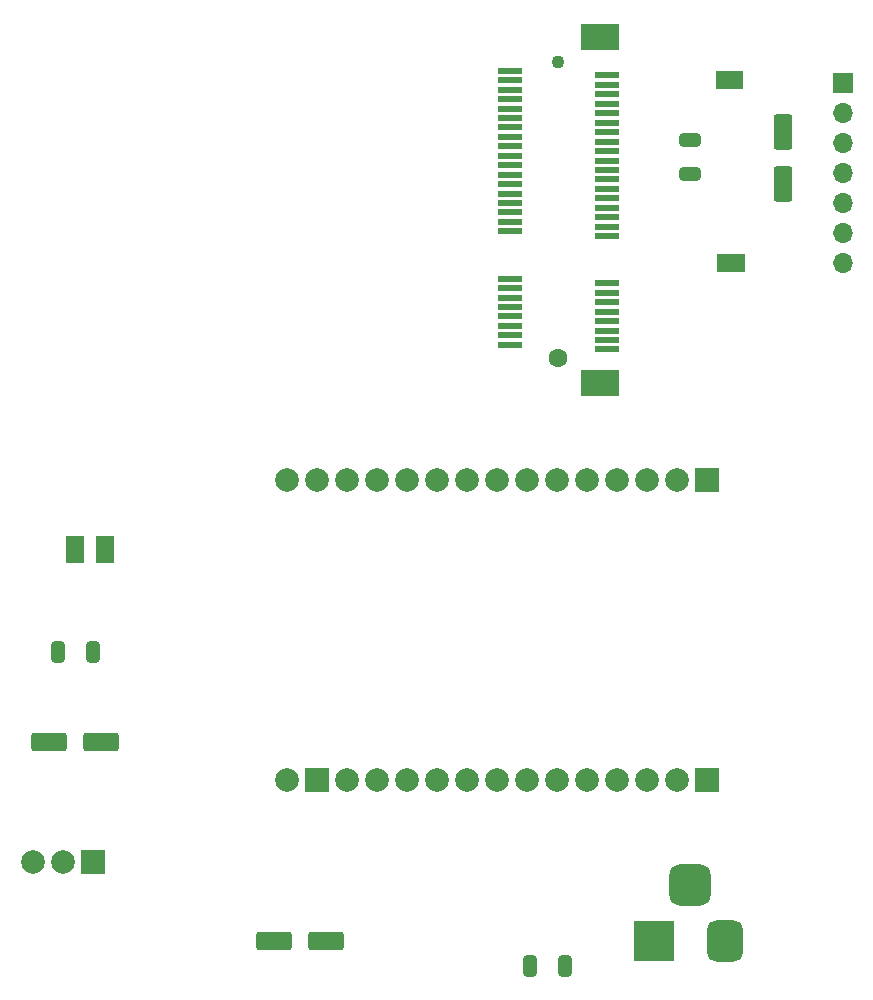
<source format=gbr>
%TF.GenerationSoftware,KiCad,Pcbnew,9.0.0-9.0.0-2~ubuntu24.04.1*%
%TF.CreationDate,2025-04-06T07:01:26+03:00*%
%TF.ProjectId,InterfaceBoard_Gateway,496e7465-7266-4616-9365-426f6172645f,rev?*%
%TF.SameCoordinates,Original*%
%TF.FileFunction,Soldermask,Top*%
%TF.FilePolarity,Negative*%
%FSLAX46Y46*%
G04 Gerber Fmt 4.6, Leading zero omitted, Abs format (unit mm)*
G04 Created by KiCad (PCBNEW 9.0.0-9.0.0-2~ubuntu24.04.1) date 2025-04-06 07:01:26*
%MOMM*%
%LPD*%
G01*
G04 APERTURE LIST*
G04 Aperture macros list*
%AMRoundRect*
0 Rectangle with rounded corners*
0 $1 Rounding radius*
0 $2 $3 $4 $5 $6 $7 $8 $9 X,Y pos of 4 corners*
0 Add a 4 corners polygon primitive as box body*
4,1,4,$2,$3,$4,$5,$6,$7,$8,$9,$2,$3,0*
0 Add four circle primitives for the rounded corners*
1,1,$1+$1,$2,$3*
1,1,$1+$1,$4,$5*
1,1,$1+$1,$6,$7*
1,1,$1+$1,$8,$9*
0 Add four rect primitives between the rounded corners*
20,1,$1+$1,$2,$3,$4,$5,0*
20,1,$1+$1,$4,$5,$6,$7,0*
20,1,$1+$1,$6,$7,$8,$9,0*
20,1,$1+$1,$8,$9,$2,$3,0*%
G04 Aperture macros list end*
%ADD10R,1.700000X1.700000*%
%ADD11O,1.700000X1.700000*%
%ADD12R,1.500000X1.000000*%
%ADD13R,3.500000X3.500000*%
%ADD14RoundRect,0.750000X0.750000X1.000000X-0.750000X1.000000X-0.750000X-1.000000X0.750000X-1.000000X0*%
%ADD15RoundRect,0.875000X0.875000X0.875000X-0.875000X0.875000X-0.875000X-0.875000X0.875000X-0.875000X0*%
%ADD16R,1.000000X1.500000*%
%ADD17C,1.600000*%
%ADD18C,1.100000*%
%ADD19R,2.000000X0.600000*%
%ADD20R,3.200000X2.300000*%
%ADD21RoundRect,0.250000X0.650000X-0.325000X0.650000X0.325000X-0.650000X0.325000X-0.650000X-0.325000X0*%
%ADD22RoundRect,0.250000X-0.325000X-0.650000X0.325000X-0.650000X0.325000X0.650000X-0.325000X0.650000X0*%
%ADD23RoundRect,0.250000X-1.250000X-0.550000X1.250000X-0.550000X1.250000X0.550000X-1.250000X0.550000X0*%
%ADD24RoundRect,0.250000X0.550000X-1.250000X0.550000X1.250000X-0.550000X1.250000X-0.550000X-1.250000X0*%
%ADD25C,2.000000*%
%ADD26R,2.000000X2.000000*%
G04 APERTURE END LIST*
%TO.C,BYPASSGND*%
G36*
X123510000Y-115240000D02*
G01*
X125010000Y-115240000D01*
X125010000Y-114940000D01*
X123510000Y-114940000D01*
X123510000Y-115240000D01*
G37*
%TO.C,GNDEXTNO*%
G36*
X176960000Y-74610000D02*
G01*
X177260000Y-74610000D01*
X177260000Y-76110000D01*
X176960000Y-76110000D01*
X176960000Y-74610000D01*
G37*
%TO.C,3v3extNO*%
G36*
X177110000Y-90110000D02*
G01*
X177410000Y-90110000D01*
X177410000Y-91610000D01*
X177110000Y-91610000D01*
X177110000Y-90110000D01*
G37*
%TO.C,BYPASS3V3*%
G36*
X120970000Y-115240000D02*
G01*
X122470000Y-115240000D01*
X122470000Y-114940000D01*
X120970000Y-114940000D01*
X120970000Y-115240000D01*
G37*
%TD*%
D10*
%TO.C,extPorts*%
X186700000Y-75600000D03*
D11*
X186700000Y-78140000D03*
X186700000Y-80680000D03*
X186700000Y-83220000D03*
X186700000Y-85760000D03*
X186700000Y-88300000D03*
X186700000Y-90840000D03*
%TD*%
D12*
%TO.C,BYPASSGND*%
X124260000Y-115740000D03*
X124260000Y-114440000D03*
%TD*%
D13*
%TO.C,BarrelJack_Horizontal*%
X170760000Y-148240000D03*
D14*
X176760000Y-148240000D03*
D15*
X173760000Y-143540000D03*
%TD*%
D16*
%TO.C,GNDEXTNO*%
X176460000Y-75360000D03*
X177760000Y-75360000D03*
%TD*%
%TO.C,3v3extNO*%
X176610000Y-90860000D03*
X177910000Y-90860000D03*
%TD*%
D17*
%TO.C,BUS_PCI_Express_Mini_Dual*%
X162625000Y-98860000D03*
D18*
X162625000Y-73860000D03*
D19*
X166725000Y-98160000D03*
X158525000Y-97760000D03*
X166725000Y-97360000D03*
X158525000Y-96960000D03*
X166725000Y-96560000D03*
X158525000Y-96160000D03*
X166725000Y-95760000D03*
X158525000Y-95360000D03*
X166725000Y-94960000D03*
X158525000Y-94560000D03*
X166725000Y-94160000D03*
X158525000Y-93760000D03*
X166725000Y-93360000D03*
X158525000Y-92960000D03*
X166725000Y-92560000D03*
X158525000Y-92160000D03*
X166725000Y-88560000D03*
X158525000Y-88160000D03*
X166725000Y-87760000D03*
X158525000Y-87360000D03*
X166725000Y-86960000D03*
X158525000Y-86560000D03*
X166725000Y-86160000D03*
X158525000Y-85760000D03*
X166725000Y-85360000D03*
X158525000Y-84960000D03*
X166725000Y-84560000D03*
X158525000Y-84160000D03*
X166725000Y-83760000D03*
X158525000Y-83360000D03*
X166725000Y-82960000D03*
X158525000Y-82560000D03*
X166725000Y-82160000D03*
X158525000Y-81760000D03*
X166725000Y-81360000D03*
X158525000Y-80960000D03*
X166725000Y-80560000D03*
X158525000Y-80160000D03*
X166725000Y-79760000D03*
X158525000Y-79360000D03*
X166725000Y-78960000D03*
X158525000Y-78560000D03*
X166725000Y-78160000D03*
X158525000Y-77760000D03*
X166725000Y-77360000D03*
X158525000Y-76960000D03*
X166725000Y-76560000D03*
X158525000Y-76160000D03*
X166725000Y-75760000D03*
X158525000Y-75360000D03*
X166725000Y-74960000D03*
X158525000Y-74560000D03*
D20*
X166125000Y-101010000D03*
X166125000Y-71710000D03*
%TD*%
D21*
%TO.C,C22_1206_10nf*%
X173760000Y-83335000D03*
X173760000Y-80385000D03*
%TD*%
D22*
%TO.C,C2_1206_10nf*%
X120250000Y-123780000D03*
X123200000Y-123780000D03*
%TD*%
D23*
%TO.C,C1_1206_10uf*%
X138535000Y-148240000D03*
X142935000Y-148240000D03*
%TD*%
%TO.C,C2_1206_10uf*%
X119525000Y-131400000D03*
X123925000Y-131400000D03*
%TD*%
D24*
%TO.C,C22_1206_10uf*%
X181620000Y-84180000D03*
X181620000Y-79780000D03*
%TD*%
D22*
%TO.C,R2_1206*%
X160260000Y-150320000D03*
X163210000Y-150320000D03*
%TD*%
D12*
%TO.C,BYPASS3V3*%
X121720000Y-115740000D03*
X121720000Y-114440000D03*
%TD*%
D25*
%TO.C,ESP32C6*%
X157480000Y-109220000D03*
X154940000Y-109220000D03*
X172720000Y-134620000D03*
X170180000Y-134620000D03*
X172720000Y-109220000D03*
X167640000Y-109220000D03*
X165100000Y-109220000D03*
X139700000Y-109220000D03*
X139700000Y-134620000D03*
X162560000Y-109220000D03*
X160020000Y-109220000D03*
X152400000Y-109220000D03*
X144780000Y-134620000D03*
X149860000Y-109220000D03*
X147320000Y-109220000D03*
X144780000Y-109220000D03*
X142240000Y-109220000D03*
X162560000Y-134620000D03*
X147320000Y-134620000D03*
X149860000Y-134620000D03*
X152400000Y-134620000D03*
X154940000Y-134620000D03*
X157480000Y-134620000D03*
X160020000Y-134620000D03*
D26*
X142240000Y-134620000D03*
X175260000Y-109220000D03*
X175260000Y-134620000D03*
D25*
X170180000Y-109220000D03*
X165100000Y-134620000D03*
X167640000Y-134620000D03*
%TD*%
D26*
%TO.C,REGULATOR5V*%
X123200000Y-141560000D03*
D25*
X120660000Y-141560000D03*
X118120000Y-141560000D03*
%TD*%
M02*

</source>
